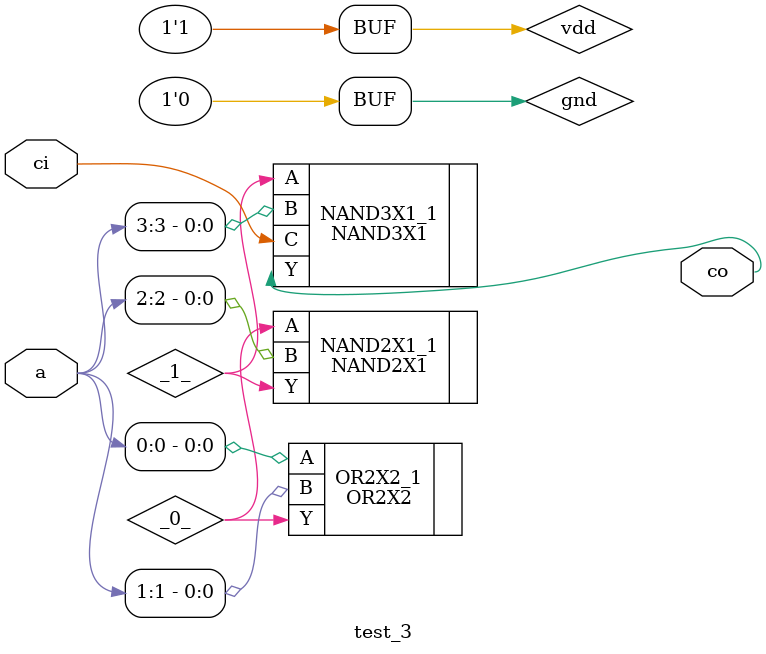
<source format=v>
module test_3 (a, ci, co);

input ci;
output co;
input [3:0] a;

wire vdd = 1'b1;
wire gnd = 1'b0;

OR2X2 OR2X2_1 ( .A(a[0]), .B(a[1]), .Y(_0_) );
NAND2X1 NAND2X1_1 ( .A(_0_), .B(a[2]), .Y(_1_) );
NAND3X1 NAND3X1_1 ( .A(_1_), .B(a[3]), .C(ci), .Y(co) );
endmodule


</source>
